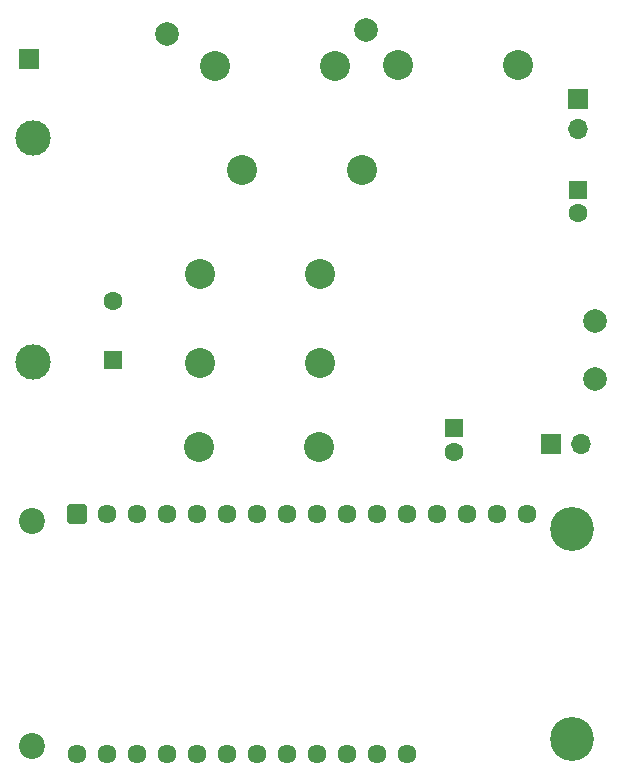
<source format=gbr>
%TF.GenerationSoftware,KiCad,Pcbnew,8.0.6*%
%TF.CreationDate,2025-02-20T03:10:47-08:00*%
%TF.ProjectId,ECE 412,45434520-3431-4322-9e6b-696361645f70,A*%
%TF.SameCoordinates,Original*%
%TF.FileFunction,Soldermask,Bot*%
%TF.FilePolarity,Negative*%
%FSLAX46Y46*%
G04 Gerber Fmt 4.6, Leading zero omitted, Abs format (unit mm)*
G04 Created by KiCad (PCBNEW 8.0.6) date 2025-02-20 03:10:47*
%MOMM*%
%LPD*%
G01*
G04 APERTURE LIST*
G04 Aperture macros list*
%AMRoundRect*
0 Rectangle with rounded corners*
0 $1 Rounding radius*
0 $2 $3 $4 $5 $6 $7 $8 $9 X,Y pos of 4 corners*
0 Add a 4 corners polygon primitive as box body*
4,1,4,$2,$3,$4,$5,$6,$7,$8,$9,$2,$3,0*
0 Add four circle primitives for the rounded corners*
1,1,$1+$1,$2,$3*
1,1,$1+$1,$4,$5*
1,1,$1+$1,$6,$7*
1,1,$1+$1,$8,$9*
0 Add four rect primitives between the rounded corners*
20,1,$1+$1,$2,$3,$4,$5,0*
20,1,$1+$1,$4,$5,$6,$7,0*
20,1,$1+$1,$6,$7,$8,$9,0*
20,1,$1+$1,$8,$9,$2,$3,0*%
G04 Aperture macros list end*
%ADD10C,2.000000*%
%ADD11C,2.540000*%
%ADD12R,1.700000X1.700000*%
%ADD13O,1.700000X1.700000*%
%ADD14R,1.600000X1.600000*%
%ADD15C,1.600000*%
%ADD16C,3.000000*%
%ADD17C,2.200000*%
%ADD18RoundRect,0.102000X0.704000X0.704000X-0.704000X0.704000X-0.704000X-0.704000X0.704000X-0.704000X0*%
%ADD19C,1.612000*%
%ADD20C,3.720000*%
G04 APERTURE END LIST*
D10*
%TO.C,TP4*%
X184500000Y-83300000D03*
%TD*%
%TO.C,TP3*%
X184500000Y-78400000D03*
%TD*%
%TO.C,TP2*%
X148300000Y-54100000D03*
%TD*%
%TO.C,TP1*%
X165100000Y-53800000D03*
%TD*%
D11*
%TO.C,R4*%
X164780000Y-65600000D03*
X154620000Y-65600000D03*
%TD*%
%TO.C,R2*%
X162500000Y-56800000D03*
X152340000Y-56800000D03*
%TD*%
D12*
%TO.C,J2*%
X180760000Y-88800000D03*
D13*
X183300000Y-88800000D03*
%TD*%
D14*
%TO.C,C4*%
X172600000Y-87500000D03*
D15*
X172600000Y-89500000D03*
%TD*%
D11*
%TO.C,R1*%
X177980000Y-56700000D03*
X167820000Y-56700000D03*
%TD*%
D16*
%TO.C,R3*%
X136900000Y-81924974D03*
X136900000Y-62892974D03*
%TD*%
D11*
%TO.C,R6*%
X161200000Y-82000000D03*
X151040000Y-82000000D03*
%TD*%
%TO.C,R7*%
X161120000Y-89100000D03*
X150960000Y-89100000D03*
%TD*%
D14*
%TO.C,C3*%
X183100000Y-67300000D03*
D15*
X183100000Y-69300000D03*
%TD*%
D12*
%TO.C,J1*%
X136600000Y-56200000D03*
%TD*%
%TO.C,Vbat1*%
X183100000Y-59600000D03*
D13*
X183100000Y-62140000D03*
%TD*%
D14*
%TO.C,C5*%
X143700000Y-81700000D03*
D15*
X143700000Y-76700000D03*
%TD*%
D17*
%TO.C,U2*%
X136850000Y-114425000D03*
X136850000Y-95311500D03*
D18*
X140660000Y-94740000D03*
D19*
X143200000Y-94740000D03*
X145740000Y-94740000D03*
X148280000Y-94740000D03*
X150820000Y-94740000D03*
X153360000Y-94740000D03*
X155900000Y-94740000D03*
X158440000Y-94740000D03*
X160980000Y-94740000D03*
X163520000Y-94740000D03*
X166060000Y-94740000D03*
X168600000Y-94740000D03*
X171140000Y-94740000D03*
X173680000Y-94740000D03*
X176220000Y-94740000D03*
X178760000Y-94740000D03*
X168600000Y-115060000D03*
X166060000Y-115060000D03*
X163520000Y-115060000D03*
X160980000Y-115060000D03*
X158440000Y-115060000D03*
X155900000Y-115060000D03*
X153360000Y-115060000D03*
X150820000Y-115060000D03*
X148280000Y-115060000D03*
X145740000Y-115060000D03*
X143200000Y-115060000D03*
X140660000Y-115060000D03*
D20*
X182570000Y-96010000D03*
X182570000Y-113790000D03*
%TD*%
D11*
%TO.C,R5*%
X161200000Y-74400000D03*
X151040000Y-74400000D03*
%TD*%
M02*

</source>
